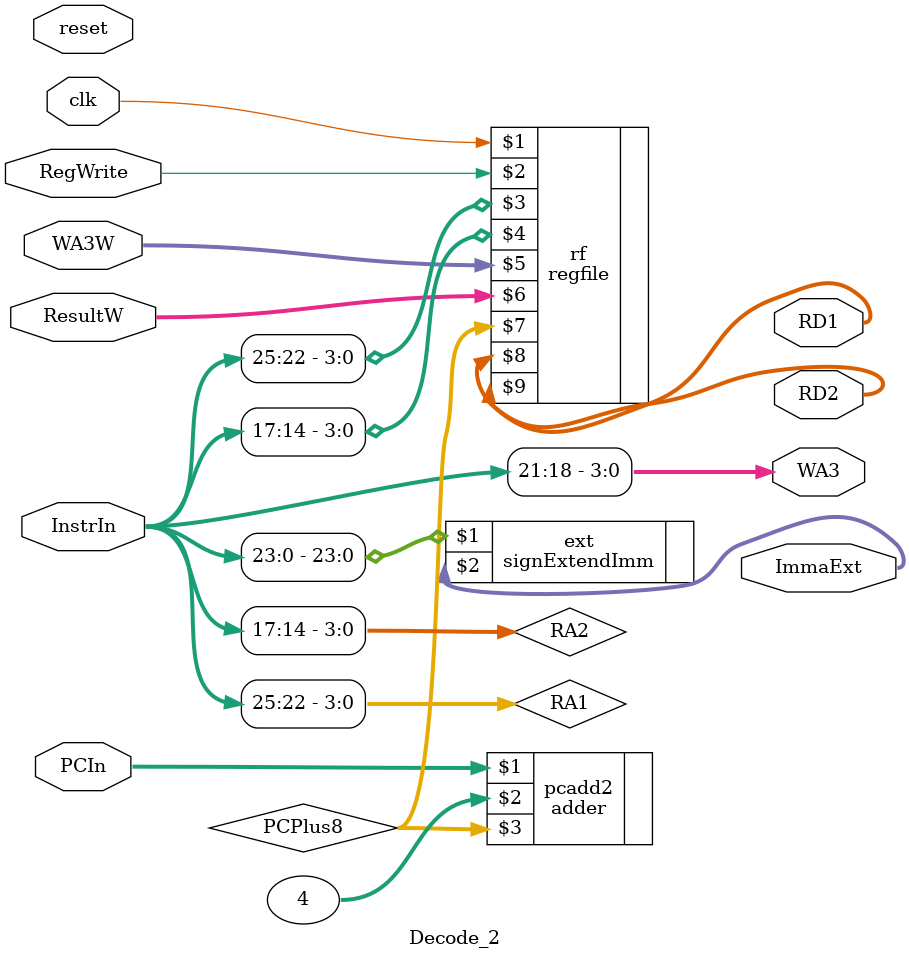
<source format=sv>
module Decode_2(input logic clk, reset, RegWrite,
	input logic [31:0] PCIn, InstrIn,
	input logic [31:0] ResultW,
	input logic [3:0] WA3W,
	output logic [31:0] RD1,RD2, ImmaExt,
	output logic [3:0] WA3
);


logic [31:0] PCPlus8;
logic [3:0] RA1, RA2;

adder #(32) pcadd2(PCIn, 32'b100, PCPlus8); //Se añade el mas +1

// register file logic

assign RA1 = InstrIn[25:22];

assign RA2 = InstrIn[17:14];


regfile rf(clk, RegWrite, RA1, RA2, WA3W, ResultW, PCPlus8, RD1, RD2);

assign WA3 = InstrIn[21:18];


signExtendImm ext(InstrIn[23:0], ImmaExt);

endmodule
</source>
